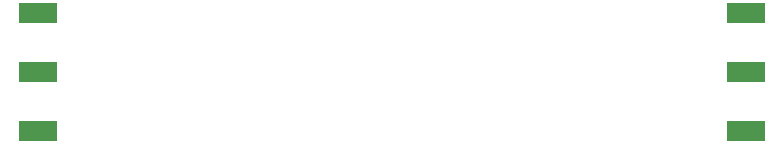
<source format=gbs>
G04 ---------------------------- Layer name :BOTTOM SOLDER LAYER*
G04 EasyEDA v5.8.22, Sat, 19 Jan 2019 18:17:00 GMT*
G04 b8eca77e87294b629a6419249ffa979f*
G04 Gerber Generator version 0.2*
G04 Scale: 100 percent, Rotated: No, Reflected: No *
G04 Dimensions in millimeters *
G04 leading zeros omitted , absolute positions ,3 integer and 3 decimal *
%FSLAX33Y33*%
%MOMM*%
G90*
G71D02*

%ADD22R,3.203194X1.727200*%

%LPD*%
G54D22*
G01X69999Y39999D03*
G01X69999Y29999D03*
G01X69999Y34999D03*
G01X9999Y39999D03*
G01X9999Y29999D03*
G01X9999Y34999D03*
M00*
M02*

</source>
